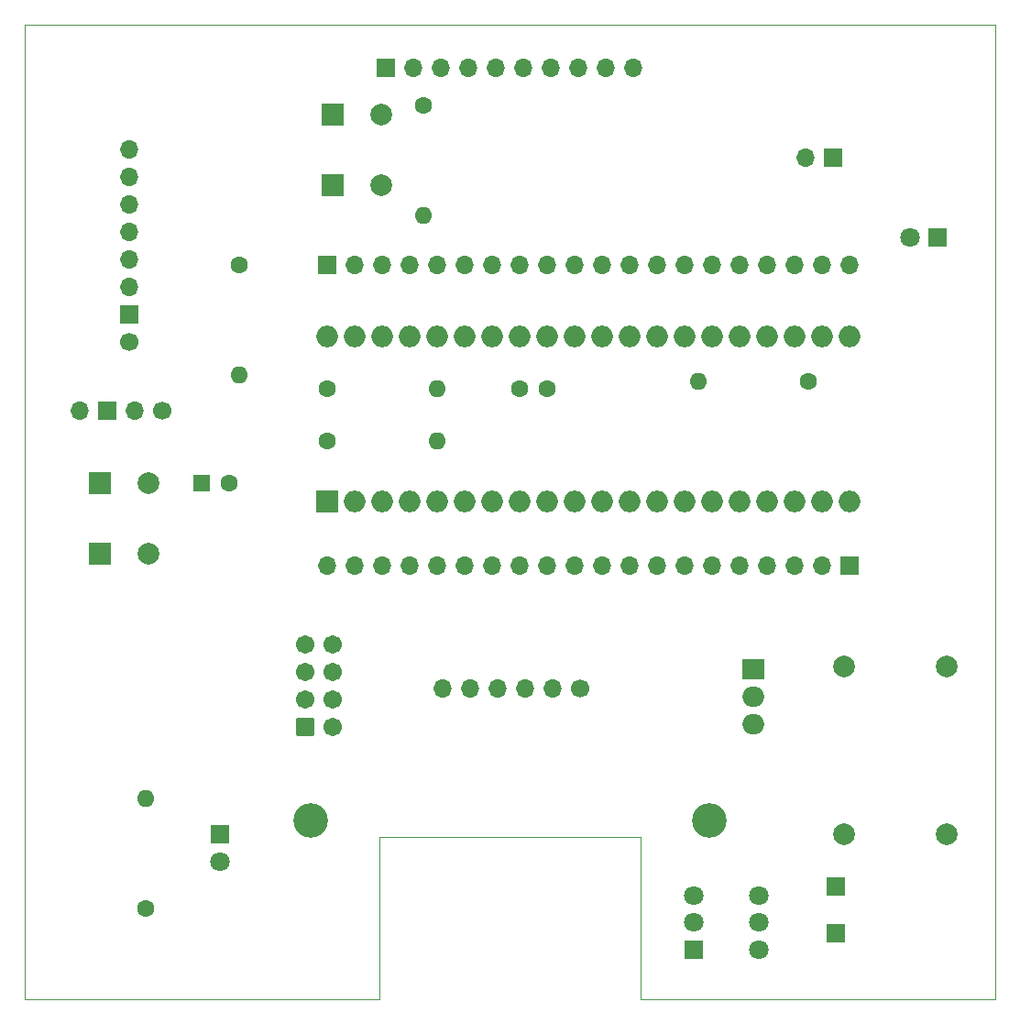
<source format=gbr>
%TF.GenerationSoftware,KiCad,Pcbnew,8.0.0*%
%TF.CreationDate,2024-07-22T23:58:40-03:00*%
%TF.ProjectId,PCB_Micro,5043425f-4d69-4637-926f-2e6b69636164,rev?*%
%TF.SameCoordinates,Original*%
%TF.FileFunction,Soldermask,Bot*%
%TF.FilePolarity,Negative*%
%FSLAX46Y46*%
G04 Gerber Fmt 4.6, Leading zero omitted, Abs format (unit mm)*
G04 Created by KiCad (PCBNEW 8.0.0) date 2024-07-22 23:58:40*
%MOMM*%
%LPD*%
G01*
G04 APERTURE LIST*
G04 Aperture macros list*
%AMRoundRect*
0 Rectangle with rounded corners*
0 $1 Rounding radius*
0 $2 $3 $4 $5 $6 $7 $8 $9 X,Y pos of 4 corners*
0 Add a 4 corners polygon primitive as box body*
4,1,4,$2,$3,$4,$5,$6,$7,$8,$9,$2,$3,0*
0 Add four circle primitives for the rounded corners*
1,1,$1+$1,$2,$3*
1,1,$1+$1,$4,$5*
1,1,$1+$1,$6,$7*
1,1,$1+$1,$8,$9*
0 Add four rect primitives between the rounded corners*
20,1,$1+$1,$2,$3,$4,$5,0*
20,1,$1+$1,$4,$5,$6,$7,0*
20,1,$1+$1,$6,$7,$8,$9,0*
20,1,$1+$1,$8,$9,$2,$3,0*%
G04 Aperture macros list end*
%ADD10R,1.800000X1.800000*%
%ADD11C,1.800000*%
%ADD12C,1.600000*%
%ADD13O,1.600000X1.600000*%
%ADD14R,2.000000X1.905000*%
%ADD15O,2.000000X1.905000*%
%ADD16R,1.700000X1.700000*%
%ADD17O,1.700000X1.700000*%
%ADD18C,2.000000*%
%ADD19C,3.200000*%
%ADD20R,1.600000X1.600000*%
%ADD21RoundRect,0.102000X0.750000X-0.750000X0.750000X0.750000X-0.750000X0.750000X-0.750000X-0.750000X0*%
%ADD22C,1.704000*%
%ADD23C,1.700000*%
%ADD24R,2.000000X2.000000*%
%ADD25O,2.000000X2.000000*%
%TA.AperFunction,Profile*%
%ADD26C,0.100000*%
%TD*%
G04 APERTURE END LIST*
D10*
%TO.C,D4*%
X134112000Y-136647000D03*
D11*
X134112000Y-139187000D03*
%TD*%
D12*
%TO.C,R6*%
X152908000Y-69342000D03*
D13*
X152908000Y-79502000D03*
%TD*%
D14*
%TO.C,U3*%
X183388000Y-121412000D03*
D15*
X183388000Y-123952000D03*
X183388000Y-126492000D03*
%TD*%
D16*
%TO.C,J14*%
X144018000Y-84074000D03*
D17*
X146558000Y-84074000D03*
X149098000Y-84074000D03*
X151638000Y-84074000D03*
X154178000Y-84074000D03*
X156718000Y-84074000D03*
X159258000Y-84074000D03*
X161798000Y-84074000D03*
X164338000Y-84074000D03*
X166878000Y-84074000D03*
X169418000Y-84074000D03*
X171958000Y-84074000D03*
X174498000Y-84074000D03*
X177038000Y-84074000D03*
X179578000Y-84074000D03*
X182118000Y-84074000D03*
X184658000Y-84074000D03*
X187198000Y-84074000D03*
X189738000Y-84074000D03*
X192278000Y-84074000D03*
%TD*%
D16*
%TO.C,J4*%
X192278000Y-111882000D03*
D17*
X189738000Y-111882000D03*
X187198000Y-111882000D03*
X184658000Y-111882000D03*
X182118000Y-111882000D03*
X179578000Y-111882000D03*
X177038000Y-111882000D03*
X174498000Y-111882000D03*
X171958000Y-111882000D03*
X169418000Y-111882000D03*
X166878000Y-111882000D03*
X164338000Y-111882000D03*
X161798000Y-111882000D03*
X159258000Y-111882000D03*
X156718000Y-111882000D03*
X154178000Y-111882000D03*
X151638000Y-111882000D03*
X149098000Y-111882000D03*
X146558000Y-111882000D03*
X144018000Y-111882000D03*
%TD*%
D18*
%TO.C,J6*%
X191770000Y-136652000D03*
X201270000Y-136652000D03*
X201270000Y-121152000D03*
X191770000Y-121152000D03*
%TD*%
D12*
%TO.C,R5*%
X135890000Y-84074000D03*
D13*
X135890000Y-94234000D03*
%TD*%
D19*
%TO.C,H5*%
X142494000Y-135382000D03*
%TD*%
D16*
%TO.C,J1*%
X149460000Y-65870000D03*
D17*
X152000000Y-65870000D03*
X154540000Y-65870000D03*
X157080000Y-65870000D03*
X159620000Y-65870000D03*
X162160000Y-65870000D03*
X164700000Y-65870000D03*
X167240000Y-65870000D03*
X169780000Y-65870000D03*
X172320000Y-65870000D03*
%TD*%
D16*
%TO.C,J5*%
X190709000Y-74173000D03*
D17*
X188169000Y-74173000D03*
%TD*%
D10*
%TO.C,D3*%
X200411000Y-81529000D03*
D11*
X197871000Y-81529000D03*
%TD*%
D12*
%TO.C,C1*%
X134926000Y-104244000D03*
D20*
X132426000Y-104244000D03*
%TD*%
D19*
%TO.C,H6*%
X179324000Y-135382000D03*
%TD*%
D21*
%TO.C,U2*%
X141986000Y-126746000D03*
D22*
X141986000Y-124206000D03*
X141986000Y-121666000D03*
X141986000Y-119126000D03*
X144526000Y-126746000D03*
X144526000Y-124206000D03*
X144526000Y-121666000D03*
X144526000Y-119126000D03*
%TD*%
D23*
%TO.C,J2*%
X128778000Y-97536000D03*
D17*
X126238000Y-97536000D03*
D16*
X123698000Y-97536000D03*
D17*
X121158000Y-97536000D03*
%TD*%
D23*
%TO.C,J3*%
X167361000Y-123215000D03*
D17*
X164821000Y-123215000D03*
X162281000Y-123215000D03*
X159741000Y-123215000D03*
X157201000Y-123215000D03*
X154661000Y-123215000D03*
%TD*%
D24*
%TO.C,SW4*%
X144526000Y-76708000D03*
X144526000Y-70208000D03*
D18*
X149026000Y-76708000D03*
X149026000Y-70208000D03*
%TD*%
D10*
%TO.C,SW2*%
X177896000Y-147320000D03*
D11*
X177896000Y-144820000D03*
X177896000Y-142320000D03*
X183896000Y-147320000D03*
X183896000Y-144820000D03*
X183896000Y-142320000D03*
%TD*%
D12*
%TO.C,R3*%
X188468000Y-94864000D03*
D13*
X178308000Y-94864000D03*
%TD*%
D16*
%TO.C,J11*%
X191008000Y-141478000D03*
%TD*%
D12*
%TO.C,R2*%
X144018000Y-100330000D03*
D13*
X154178000Y-100330000D03*
%TD*%
D12*
%TO.C,C2*%
X161798000Y-95504000D03*
X164298000Y-95504000D03*
%TD*%
D24*
%TO.C,U1*%
X144018000Y-105918000D03*
D25*
X146558000Y-105918000D03*
X149098000Y-105918000D03*
X151638000Y-105918000D03*
X154178000Y-105918000D03*
X156718000Y-105918000D03*
X159258000Y-105918000D03*
X161798000Y-105918000D03*
X164338000Y-105918000D03*
X166878000Y-105918000D03*
X169418000Y-105918000D03*
X171958000Y-105918000D03*
X174498000Y-105918000D03*
X177038000Y-105918000D03*
X179578000Y-105918000D03*
X182118000Y-105918000D03*
X184658000Y-105918000D03*
X187198000Y-105918000D03*
X189738000Y-105918000D03*
X192278000Y-105918000D03*
X192278000Y-90678000D03*
X189738000Y-90678000D03*
X187198000Y-90678000D03*
X184658000Y-90678000D03*
X182118000Y-90678000D03*
X179578000Y-90678000D03*
X177038000Y-90678000D03*
X174498000Y-90678000D03*
X171958000Y-90678000D03*
X169418000Y-90678000D03*
X166878000Y-90678000D03*
X164338000Y-90678000D03*
X161798000Y-90678000D03*
X159258000Y-90678000D03*
X156718000Y-90678000D03*
X154178000Y-90678000D03*
X151638000Y-90678000D03*
X149098000Y-90678000D03*
X146558000Y-90678000D03*
X144018000Y-90678000D03*
%TD*%
D12*
%TO.C,R1*%
X144018000Y-95504000D03*
D13*
X154178000Y-95504000D03*
%TD*%
D23*
%TO.C,J12*%
X125760000Y-91186000D03*
D16*
X125760000Y-88646000D03*
D17*
X125760000Y-86106000D03*
X125760000Y-83566000D03*
X125760000Y-81026000D03*
X125760000Y-78486000D03*
X125760000Y-75946000D03*
X125760000Y-73406000D03*
%TD*%
D16*
%TO.C,J13*%
X191008000Y-145796000D03*
%TD*%
D24*
%TO.C,SW1*%
X123008000Y-110744000D03*
X123008000Y-104244000D03*
D18*
X127508000Y-110744000D03*
X127508000Y-104244000D03*
%TD*%
D12*
%TO.C,R4*%
X127254000Y-143510000D03*
D13*
X127254000Y-133350000D03*
%TD*%
D26*
X205740000Y-151892000D02*
X172974000Y-151892000D01*
X172974000Y-136906000D01*
X148844000Y-136906000D01*
X148844000Y-151892000D01*
X116078000Y-151892000D01*
X116078000Y-61870000D01*
X205740000Y-61870000D01*
X205740000Y-151892000D01*
M02*

</source>
